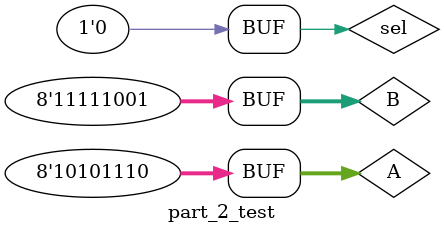
<source format=v>

module part_1_test();
reg [7:0] A;
reg [7:0] B;
reg sel;
wire [7:0] O;

part_1 uut(.data1(A), .data2(B),  .select(sel), .out(O));

initial begin
        A=8'b10101110; B=8'b11111001; sel=1; #300;
        A=8'b10101110; B=8'b11111001; sel=0; #300;
        A=8'b11111111; B=8'b11111001; sel=0; #300;
end
endmodule

module part_2_test();
reg [7:0] A;
reg [7:0] B;
reg sel;
wire [7:0] O1;
wire [7:0] O2;

part_2 uut(.data1(A), .data2(B),  .select(sel), .out(O1), .out2(O2));

initial begin
        A=8'b10101110; B=8'b11111001; sel=1; #125;
        A=8'b10101110; B=8'b11111001; sel=0; #125;
end
endmodule




</source>
